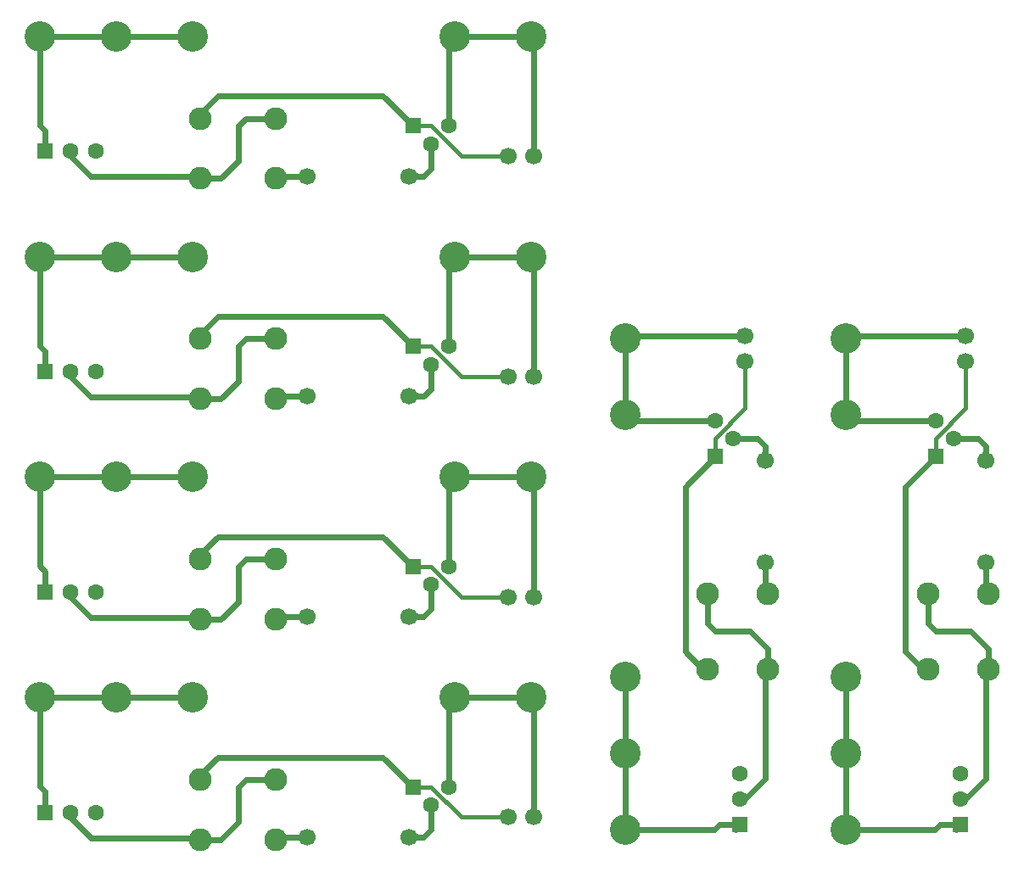
<source format=gtl>
%MOIN*%
%OFA0B0*%
%FSLAX46Y46*%
%IPPOS*%
%LPD*%
%ADD10C,0.005905511811023622*%
%ADD11C,0.12000000000000001*%
%ADD12C,0.090000000000000011*%
%ADD13C,0.066929133858267723*%
%ADD14R,0.059055118110236227X0.059055118110236227*%
%ADD15C,0.062992125984251982*%
%ADD16C,0.024000000000000004*%
%ADD17C,0.016*%
%ADD28C,0.005905511811023622*%
%ADD29C,0.12000000000000001*%
%ADD30C,0.090000000000000011*%
%ADD31C,0.066929133858267723*%
%ADD32R,0.059055118110236227X0.059055118110236227*%
%ADD33C,0.062992125984251982*%
%ADD34C,0.024000000000000004*%
%ADD35C,0.016*%
%ADD36C,0.005905511811023622*%
%ADD37C,0.12000000000000001*%
%ADD38C,0.090000000000000011*%
%ADD39C,0.066929133858267723*%
%ADD40R,0.059055118110236227X0.059055118110236227*%
%ADD41C,0.062992125984251982*%
%ADD42C,0.024000000000000004*%
%ADD43C,0.016*%
%ADD44C,0.005905511811023622*%
%ADD45C,0.12000000000000001*%
%ADD46C,0.090000000000000011*%
%ADD47C,0.066929133858267723*%
%ADD48R,0.059055118110236227X0.059055118110236227*%
%ADD49C,0.062992125984251982*%
%ADD50C,0.024000000000000004*%
%ADD51C,0.016*%
%ADD52C,0.005905511811023622*%
%ADD53C,0.12000000000000001*%
%ADD54C,0.090000000000000011*%
%ADD55C,0.066929133858267723*%
%ADD56R,0.059055118110236227X0.059055118110236227*%
%ADD57C,0.062992125984251982*%
%ADD58C,0.024000000000000004*%
%ADD59C,0.016*%
%ADD60C,0.005905511811023622*%
%ADD61C,0.12000000000000001*%
%ADD62C,0.090000000000000011*%
%ADD63C,0.066929133858267723*%
%ADD64R,0.059055118110236227X0.059055118110236227*%
%ADD65C,0.062992125984251982*%
%ADD66C,0.024000000000000004*%
%ADD67C,0.016*%
G01*
D10*
D11*
X-0005050000Y0004799999D02*
X0000704999Y0000624999D03*
X0000404999Y0000624999D03*
X0000104999Y0000624999D03*
X0001734999Y0000624999D03*
X0002034999Y0000624999D03*
D12*
X0001032676Y0000301968D03*
X0001032676Y0000065747D03*
X0000737401Y0000301968D03*
X0000737401Y0000065747D03*
D13*
X0001947243Y0000154330D03*
X0002047243Y0000154330D03*
D14*
X0001572202Y0000272440D03*
D15*
X0001642913Y0000201730D03*
X0001713623Y0000272440D03*
D13*
X0001157480Y0000075590D03*
X0001557480Y0000075590D03*
D14*
X0000125590Y0000174015D03*
D15*
X0000225590Y0000174015D03*
X0000325590Y0000174015D03*
D16*
X0002047243Y0000154330D02*
X0002047243Y0000612755D01*
X0002047243Y0000612755D02*
X0002034999Y0000624999D01*
X0001713623Y0000272440D02*
X0001713623Y0000603623D01*
X0001713623Y0000603623D02*
X0001734999Y0000624999D01*
X0001734999Y0000624999D02*
X0002034999Y0000624999D01*
X0000737401Y0000321653D02*
X0000806299Y0000390551D01*
X0000737401Y0000301968D02*
X0000737401Y0000321653D01*
X0000806299Y0000390551D02*
X0001454092Y0000390551D01*
X0001454092Y0000390551D02*
X0001572202Y0000272440D01*
D17*
X0001572202Y0000272440D02*
X0001642913Y0000272440D01*
X0001761023Y0000154330D02*
X0001947243Y0000154330D01*
X0001642913Y0000272440D02*
X0001761023Y0000154330D01*
D16*
X0000734251Y0000274015D02*
X0000738976Y0000274015D01*
X0001564173Y0000280470D02*
X0001572202Y0000272440D01*
X0001642913Y0000134645D02*
X0001642913Y0000105118D01*
X0001642913Y0000201730D02*
X0001642913Y0000134645D01*
X0001613385Y0000075590D02*
X0001557480Y0000075590D01*
X0001642913Y0000105118D02*
X0001613385Y0000075590D01*
X0001587007Y0000075590D02*
X0001587007Y0000078740D01*
X0001646062Y0000198580D02*
X0001642913Y0000201730D01*
X0001157480Y0000075590D02*
X0001042519Y0000075590D01*
X0001042519Y0000075590D02*
X0001032676Y0000065747D01*
X0000737401Y0000065747D02*
X0000816141Y0000065747D01*
X0000914566Y0000301968D02*
X0001032676Y0000301968D01*
X0000885039Y0000272440D02*
X0000914566Y0000301968D01*
X0000885039Y0000134645D02*
X0000885039Y0000272440D01*
X0000816141Y0000065747D02*
X0000885039Y0000134645D01*
X0000225590Y0000174015D02*
X0000225590Y0000154330D01*
X0000225590Y0000154330D02*
X0000305905Y0000074015D01*
X0000305905Y0000074015D02*
X0000734251Y0000074015D01*
X0000225590Y0000174015D02*
X0000225590Y0000174015D01*
X0000404999Y0000624999D02*
X0000704999Y0000624999D01*
X0000104999Y0000624999D02*
X0000104999Y0000274921D01*
X0000125590Y0000254330D02*
X0000125590Y0000174015D01*
X0000104999Y0000274921D02*
X0000125590Y0000254330D01*
X0000404999Y0000624999D02*
X0000104999Y0000624999D01*
X0000104999Y0000624999D02*
X0000107480Y0000622519D01*
X0000107480Y0000192125D02*
X0000125590Y0000174015D01*
G04 next file*
G04 #@! TF.FileFunction,Copper,L1,Top,Signal*
G04 Gerber Fmt 4.6, Leading zero omitted, Abs format (unit mm)*
G04 Created by KiCad (PCBNEW 4.0.7) date 09/06/18 10:52:36*
G01*
G04 APERTURE LIST*
G04 APERTURE END LIST*
D28*
D29*
X-0001768503Y-0005050000D02*
X0002406496Y0000704999D03*
X0002406496Y0000404999D03*
X0002406496Y0000104999D03*
X0002406496Y0001734999D03*
X0002406496Y0002034999D03*
D30*
X0002729527Y0001032676D03*
X0002965748Y0001032676D03*
X0002729527Y0000737401D03*
X0002965748Y0000737401D03*
D31*
X0002877165Y0001947243D03*
X0002877165Y0002047243D03*
D32*
X0002759055Y0001572202D03*
D33*
X0002829765Y0001642913D03*
X0002759055Y0001713623D03*
D31*
X0002955905Y0001157480D03*
X0002955905Y0001557480D03*
D32*
X0002857480Y0000125590D03*
D33*
X0002857480Y0000225590D03*
X0002857480Y0000325590D03*
D34*
X0002877165Y0002047243D02*
X0002418740Y0002047243D01*
X0002418740Y0002047243D02*
X0002406496Y0002034999D01*
X0002759055Y0001713623D02*
X0002427872Y0001713623D01*
X0002427872Y0001713623D02*
X0002406496Y0001734999D01*
X0002406496Y0001734999D02*
X0002406496Y0002034999D01*
X0002709842Y0000737401D02*
X0002640944Y0000806299D01*
X0002729527Y0000737401D02*
X0002709842Y0000737401D01*
X0002640944Y0000806299D02*
X0002640944Y0001454092D01*
X0002640944Y0001454092D02*
X0002759055Y0001572202D01*
D35*
X0002759055Y0001572202D02*
X0002759055Y0001642913D01*
X0002877165Y0001761023D02*
X0002877165Y0001947243D01*
X0002759055Y0001642913D02*
X0002877165Y0001761023D01*
D34*
X0002757480Y0000734251D02*
X0002757480Y0000738976D01*
X0002751025Y0001564173D02*
X0002759055Y0001572202D01*
X0002896850Y0001642913D02*
X0002926377Y0001642913D01*
X0002829765Y0001642913D02*
X0002896850Y0001642913D01*
X0002955905Y0001613385D02*
X0002955905Y0001557480D01*
X0002926377Y0001642913D02*
X0002955905Y0001613385D01*
X0002955905Y0001587007D02*
X0002952755Y0001587007D01*
X0002832915Y0001646062D02*
X0002829765Y0001642913D01*
X0002955905Y0001157480D02*
X0002955905Y0001042519D01*
X0002955905Y0001042519D02*
X0002965748Y0001032676D01*
X0002965748Y0000737401D02*
X0002965748Y0000816141D01*
X0002729527Y0000914566D02*
X0002729527Y0001032676D01*
X0002759055Y0000885039D02*
X0002729527Y0000914566D01*
X0002896850Y0000885039D02*
X0002759055Y0000885039D01*
X0002965748Y0000816141D02*
X0002896850Y0000885039D01*
X0002857480Y0000225590D02*
X0002877165Y0000225590D01*
X0002877165Y0000225590D02*
X0002957480Y0000305905D01*
X0002957480Y0000305905D02*
X0002957480Y0000734251D01*
X0002857480Y0000225590D02*
X0002857480Y0000225590D01*
X0002406496Y0000404999D02*
X0002406496Y0000704999D01*
X0002406496Y0000104999D02*
X0002756574Y0000104999D01*
X0002777165Y0000125590D02*
X0002857480Y0000125590D01*
X0002756574Y0000104999D02*
X0002777165Y0000125590D01*
X0002406496Y0000404999D02*
X0002406496Y0000104999D01*
X0002406496Y0000104999D02*
X0002408976Y0000107480D01*
X0002839370Y0000107480D02*
X0002857480Y0000125590D01*
G04 next file*
G04 #@! TF.FileFunction,Copper,L1,Top,Signal*
G04 Gerber Fmt 4.6, Leading zero omitted, Abs format (unit mm)*
G04 Created by KiCad (PCBNEW 4.0.7) date 09/06/18 10:52:36*
G01*
G04 APERTURE LIST*
G04 APERTURE END LIST*
D36*
D37*
X-0000902362Y-0005050000D02*
X0003272637Y0000704999D03*
X0003272637Y0000404999D03*
X0003272637Y0000104999D03*
X0003272637Y0001734999D03*
X0003272637Y0002034999D03*
D38*
X0003595669Y0001032676D03*
X0003831889Y0001032676D03*
X0003595669Y0000737401D03*
X0003831889Y0000737401D03*
D39*
X0003743307Y0001947243D03*
X0003743307Y0002047243D03*
D40*
X0003625196Y0001572202D03*
D41*
X0003695907Y0001642913D03*
X0003625196Y0001713623D03*
D39*
X0003822047Y0001157480D03*
X0003822047Y0001557480D03*
D40*
X0003723622Y0000125590D03*
D41*
X0003723622Y0000225590D03*
X0003723622Y0000325590D03*
D42*
X0003743307Y0002047243D02*
X0003284881Y0002047243D01*
X0003284881Y0002047243D02*
X0003272637Y0002034999D01*
X0003625196Y0001713623D02*
X0003294013Y0001713623D01*
X0003294013Y0001713623D02*
X0003272637Y0001734999D01*
X0003272637Y0001734999D02*
X0003272637Y0002034999D01*
X0003575984Y0000737401D02*
X0003507086Y0000806299D01*
X0003595669Y0000737401D02*
X0003575984Y0000737401D01*
X0003507086Y0000806299D02*
X0003507086Y0001454092D01*
X0003507086Y0001454092D02*
X0003625196Y0001572202D01*
D43*
X0003625196Y0001572202D02*
X0003625196Y0001642913D01*
X0003743307Y0001761023D02*
X0003743307Y0001947243D01*
X0003625196Y0001642913D02*
X0003743307Y0001761023D01*
D42*
X0003623622Y0000734251D02*
X0003623622Y0000738976D01*
X0003617167Y0001564173D02*
X0003625196Y0001572202D01*
X0003762992Y0001642913D02*
X0003792519Y0001642913D01*
X0003695907Y0001642913D02*
X0003762992Y0001642913D01*
X0003822047Y0001613385D02*
X0003822047Y0001557480D01*
X0003792519Y0001642913D02*
X0003822047Y0001613385D01*
X0003822047Y0001587007D02*
X0003818897Y0001587007D01*
X0003699057Y0001646062D02*
X0003695907Y0001642913D01*
X0003822047Y0001157480D02*
X0003822047Y0001042519D01*
X0003822047Y0001042519D02*
X0003831889Y0001032676D01*
X0003831889Y0000737401D02*
X0003831889Y0000816141D01*
X0003595669Y0000914566D02*
X0003595669Y0001032676D01*
X0003625196Y0000885039D02*
X0003595669Y0000914566D01*
X0003762992Y0000885039D02*
X0003625196Y0000885039D01*
X0003831889Y0000816141D02*
X0003762992Y0000885039D01*
X0003723622Y0000225590D02*
X0003743307Y0000225590D01*
X0003743307Y0000225590D02*
X0003823622Y0000305905D01*
X0003823622Y0000305905D02*
X0003823622Y0000734251D01*
X0003723622Y0000225590D02*
X0003723622Y0000225590D01*
X0003272637Y0000404999D02*
X0003272637Y0000704999D01*
X0003272637Y0000104999D02*
X0003622716Y0000104999D01*
X0003643307Y0000125590D02*
X0003723622Y0000125590D01*
X0003622716Y0000104999D02*
X0003643307Y0000125590D01*
X0003272637Y0000404999D02*
X0003272637Y0000104999D01*
X0003272637Y0000104999D02*
X0003275118Y0000107480D01*
X0003705511Y0000107480D02*
X0003723622Y0000125590D01*
G04 next file*
G04 #@! TF.FileFunction,Copper,L1,Top,Signal*
G04 Gerber Fmt 4.6, Leading zero omitted, Abs format (unit mm)*
G04 Created by KiCad (PCBNEW 4.0.7) date 09/06/18 10:52:36*
G01*
G04 APERTURE LIST*
G04 APERTURE END LIST*
D44*
D45*
X-0005050000Y0005666141D02*
X0000704999Y0001491141D03*
X0000404999Y0001491141D03*
X0000104999Y0001491141D03*
X0001734999Y0001491141D03*
X0002034999Y0001491141D03*
D46*
X0001032676Y0001168110D03*
X0001032676Y0000931889D03*
X0000737401Y0001168110D03*
X0000737401Y0000931889D03*
D47*
X0001947243Y0001020472D03*
X0002047243Y0001020472D03*
D48*
X0001572202Y0001138582D03*
D49*
X0001642913Y0001067871D03*
X0001713623Y0001138582D03*
D47*
X0001157480Y0000941732D03*
X0001557480Y0000941732D03*
D48*
X0000125590Y0001040157D03*
D49*
X0000225590Y0001040157D03*
X0000325590Y0001040157D03*
D50*
X0002047243Y0001020472D02*
X0002047243Y0001478897D01*
X0002047243Y0001478897D02*
X0002034999Y0001491141D01*
X0001713623Y0001138582D02*
X0001713623Y0001469765D01*
X0001713623Y0001469765D02*
X0001734999Y0001491141D01*
X0001734999Y0001491141D02*
X0002034999Y0001491141D01*
X0000737401Y0001187795D02*
X0000806299Y0001256692D01*
X0000737401Y0001168110D02*
X0000737401Y0001187795D01*
X0000806299Y0001256692D02*
X0001454092Y0001256692D01*
X0001454092Y0001256692D02*
X0001572202Y0001138582D01*
D51*
X0001572202Y0001138582D02*
X0001642913Y0001138582D01*
X0001761023Y0001020472D02*
X0001947243Y0001020472D01*
X0001642913Y0001138582D02*
X0001761023Y0001020472D01*
D50*
X0000734251Y0001140157D02*
X0000738976Y0001140157D01*
X0001564173Y0001146612D02*
X0001572202Y0001138582D01*
X0001642913Y0001000787D02*
X0001642913Y0000971259D01*
X0001642913Y0001067871D02*
X0001642913Y0001000787D01*
X0001613385Y0000941732D02*
X0001557480Y0000941732D01*
X0001642913Y0000971259D02*
X0001613385Y0000941732D01*
X0001587007Y0000941732D02*
X0001587007Y0000944881D01*
X0001646062Y0001064722D02*
X0001642913Y0001067871D01*
X0001157480Y0000941732D02*
X0001042519Y0000941732D01*
X0001042519Y0000941732D02*
X0001032676Y0000931889D01*
X0000737401Y0000931889D02*
X0000816141Y0000931889D01*
X0000914566Y0001168110D02*
X0001032676Y0001168110D01*
X0000885039Y0001138582D02*
X0000914566Y0001168110D01*
X0000885039Y0001000787D02*
X0000885039Y0001138582D01*
X0000816141Y0000931889D02*
X0000885039Y0001000787D01*
X0000225590Y0001040157D02*
X0000225590Y0001020472D01*
X0000225590Y0001020472D02*
X0000305905Y0000940157D01*
X0000305905Y0000940157D02*
X0000734251Y0000940157D01*
X0000225590Y0001040157D02*
X0000225590Y0001040157D01*
X0000404999Y0001491141D02*
X0000704999Y0001491141D01*
X0000104999Y0001491141D02*
X0000104999Y0001141062D01*
X0000125590Y0001120472D02*
X0000125590Y0001040157D01*
X0000104999Y0001141062D02*
X0000125590Y0001120472D01*
X0000404999Y0001491141D02*
X0000104999Y0001491141D01*
X0000104999Y0001491141D02*
X0000107480Y0001488661D01*
X0000107480Y0001058267D02*
X0000125590Y0001040157D01*
G04 next file*
G04 #@! TF.FileFunction,Copper,L1,Top,Signal*
G04 Gerber Fmt 4.6, Leading zero omitted, Abs format (unit mm)*
G04 Created by KiCad (PCBNEW 4.0.7) date 09/06/18 10:52:36*
G01*
G04 APERTURE LIST*
G04 APERTURE END LIST*
D52*
D53*
X-0005050000Y0006532283D02*
X0000704999Y0002357283D03*
X0000404999Y0002357283D03*
X0000104999Y0002357283D03*
X0001734999Y0002357283D03*
X0002034999Y0002357283D03*
D54*
X0001032676Y0002034251D03*
X0001032676Y0001798031D03*
X0000737401Y0002034251D03*
X0000737401Y0001798031D03*
D55*
X0001947243Y0001886614D03*
X0002047243Y0001886614D03*
D56*
X0001572202Y0002004724D03*
D57*
X0001642913Y0001934013D03*
X0001713623Y0002004724D03*
D55*
X0001157480Y0001807873D03*
X0001557480Y0001807873D03*
D56*
X0000125590Y0001906299D03*
D57*
X0000225590Y0001906299D03*
X0000325590Y0001906299D03*
D58*
X0002047243Y0001886614D02*
X0002047243Y0002345039D01*
X0002047243Y0002345039D02*
X0002034999Y0002357283D01*
X0001713623Y0002004724D02*
X0001713623Y0002335907D01*
X0001713623Y0002335907D02*
X0001734999Y0002357283D01*
X0001734999Y0002357283D02*
X0002034999Y0002357283D01*
X0000737401Y0002053936D02*
X0000806299Y0002122834D01*
X0000737401Y0002034251D02*
X0000737401Y0002053936D01*
X0000806299Y0002122834D02*
X0001454092Y0002122834D01*
X0001454092Y0002122834D02*
X0001572202Y0002004724D01*
D59*
X0001572202Y0002004724D02*
X0001642913Y0002004724D01*
X0001761023Y0001886614D02*
X0001947243Y0001886614D01*
X0001642913Y0002004724D02*
X0001761023Y0001886614D01*
D58*
X0000734251Y0002006299D02*
X0000738976Y0002006299D01*
X0001564173Y0002012753D02*
X0001572202Y0002004724D01*
X0001642913Y0001866929D02*
X0001642913Y0001837401D01*
X0001642913Y0001934013D02*
X0001642913Y0001866929D01*
X0001613385Y0001807873D02*
X0001557480Y0001807873D01*
X0001642913Y0001837401D02*
X0001613385Y0001807873D01*
X0001587007Y0001807873D02*
X0001587007Y0001811023D01*
X0001646062Y0001930864D02*
X0001642913Y0001934013D01*
X0001157480Y0001807873D02*
X0001042519Y0001807873D01*
X0001042519Y0001807873D02*
X0001032676Y0001798031D01*
X0000737401Y0001798031D02*
X0000816141Y0001798031D01*
X0000914566Y0002034251D02*
X0001032676Y0002034251D01*
X0000885039Y0002004724D02*
X0000914566Y0002034251D01*
X0000885039Y0001866929D02*
X0000885039Y0002004724D01*
X0000816141Y0001798031D02*
X0000885039Y0001866929D01*
X0000225590Y0001906299D02*
X0000225590Y0001886614D01*
X0000225590Y0001886614D02*
X0000305905Y0001806299D01*
X0000305905Y0001806299D02*
X0000734251Y0001806299D01*
X0000225590Y0001906299D02*
X0000225590Y0001906299D01*
X0000404999Y0002357283D02*
X0000704999Y0002357283D01*
X0000104999Y0002357283D02*
X0000104999Y0002007204D01*
X0000125590Y0001986614D02*
X0000125590Y0001906299D01*
X0000104999Y0002007204D02*
X0000125590Y0001986614D01*
X0000404999Y0002357283D02*
X0000104999Y0002357283D01*
X0000104999Y0002357283D02*
X0000107480Y0002354803D01*
X0000107480Y0001924409D02*
X0000125590Y0001906299D01*
G04 next file*
G04 #@! TF.FileFunction,Copper,L1,Top,Signal*
G04 Gerber Fmt 4.6, Leading zero omitted, Abs format (unit mm)*
G04 Created by KiCad (PCBNEW 4.0.7) date 09/06/18 10:52:36*
G01*
G04 APERTURE LIST*
G04 APERTURE END LIST*
D60*
D61*
X-0005050000Y0007398425D02*
X0000704999Y0003223425D03*
X0000404999Y0003223425D03*
X0000104999Y0003223425D03*
X0001734999Y0003223425D03*
X0002034999Y0003223425D03*
D62*
X0001032676Y0002900393D03*
X0001032676Y0002664173D03*
X0000737401Y0002900393D03*
X0000737401Y0002664173D03*
D63*
X0001947243Y0002752755D03*
X0002047243Y0002752755D03*
D64*
X0001572202Y0002870866D03*
D65*
X0001642913Y0002800155D03*
X0001713623Y0002870866D03*
D63*
X0001157480Y0002674015D03*
X0001557480Y0002674015D03*
D64*
X0000125590Y0002772440D03*
D65*
X0000225590Y0002772440D03*
X0000325590Y0002772440D03*
D66*
X0002047243Y0002752755D02*
X0002047243Y0003211181D01*
X0002047243Y0003211181D02*
X0002034999Y0003223425D01*
X0001713623Y0002870866D02*
X0001713623Y0003202049D01*
X0001713623Y0003202049D02*
X0001734999Y0003223425D01*
X0001734999Y0003223425D02*
X0002034999Y0003223425D01*
X0000737401Y0002920078D02*
X0000806299Y0002988976D01*
X0000737401Y0002900393D02*
X0000737401Y0002920078D01*
X0000806299Y0002988976D02*
X0001454092Y0002988976D01*
X0001454092Y0002988976D02*
X0001572202Y0002870866D01*
D67*
X0001572202Y0002870866D02*
X0001642913Y0002870866D01*
X0001761023Y0002752755D02*
X0001947243Y0002752755D01*
X0001642913Y0002870866D02*
X0001761023Y0002752755D01*
D66*
X0000734251Y0002872440D02*
X0000738976Y0002872440D01*
X0001564173Y0002878895D02*
X0001572202Y0002870866D01*
X0001642913Y0002733070D02*
X0001642913Y0002703543D01*
X0001642913Y0002800155D02*
X0001642913Y0002733070D01*
X0001613385Y0002674015D02*
X0001557480Y0002674015D01*
X0001642913Y0002703543D02*
X0001613385Y0002674015D01*
X0001587007Y0002674015D02*
X0001587007Y0002677165D01*
X0001646062Y0002797005D02*
X0001642913Y0002800155D01*
X0001157480Y0002674015D02*
X0001042519Y0002674015D01*
X0001042519Y0002674015D02*
X0001032676Y0002664173D01*
X0000737401Y0002664173D02*
X0000816141Y0002664173D01*
X0000914566Y0002900393D02*
X0001032676Y0002900393D01*
X0000885039Y0002870866D02*
X0000914566Y0002900393D01*
X0000885039Y0002733070D02*
X0000885039Y0002870866D01*
X0000816141Y0002664173D02*
X0000885039Y0002733070D01*
X0000225590Y0002772440D02*
X0000225590Y0002752755D01*
X0000225590Y0002752755D02*
X0000305905Y0002672440D01*
X0000305905Y0002672440D02*
X0000734251Y0002672440D01*
X0000225590Y0002772440D02*
X0000225590Y0002772440D01*
X0000404999Y0003223425D02*
X0000704999Y0003223425D01*
X0000104999Y0003223425D02*
X0000104999Y0002873346D01*
X0000125590Y0002852755D02*
X0000125590Y0002772440D01*
X0000104999Y0002873346D02*
X0000125590Y0002852755D01*
X0000404999Y0003223425D02*
X0000104999Y0003223425D01*
X0000104999Y0003223425D02*
X0000107480Y0003220944D01*
X0000107480Y0002790551D02*
X0000125590Y0002772440D01*
M02*
</source>
